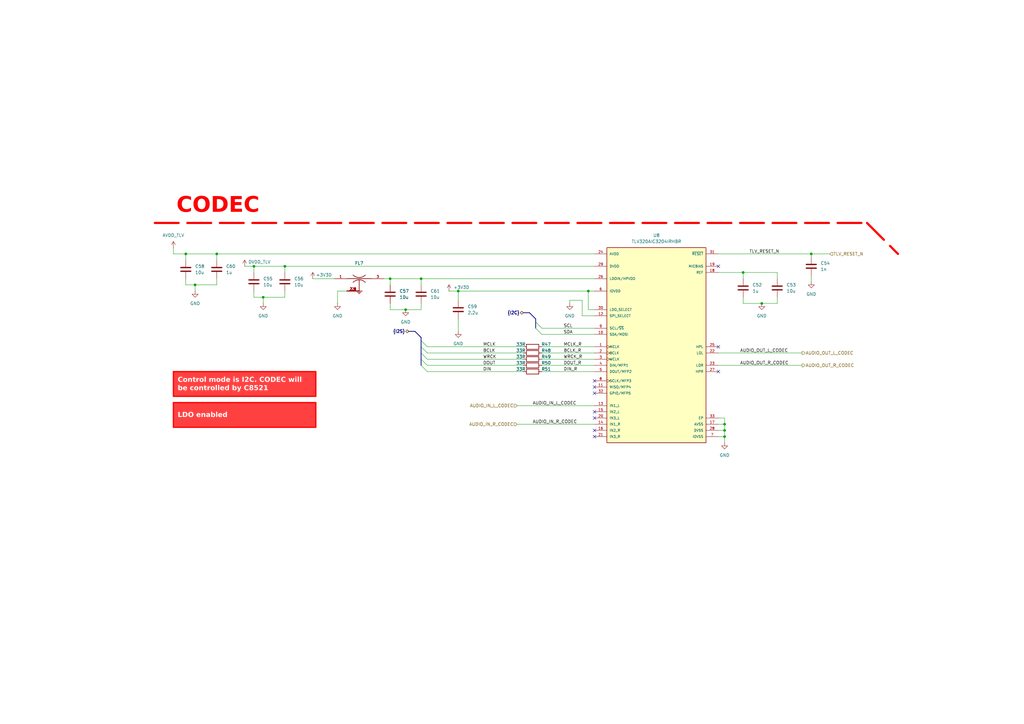
<source format=kicad_sch>
(kicad_sch (version 20231120) (generator "eeschema") (generator_version "8.0")
  (paper "A3")
  (title_block (title "CODEC") (date "2025-03-29") (rev "0.1"))
  (lib_symbols
    (symbol "Device:C" (pin_numbers hide) (pin_names (offset 0.254))
      (property "Reference" "C" (at 0.635 2.54 0))
      (property "Value" "C" (at 0.635 -2.54 0))
      (symbol "C_0_1"
        (polyline (pts (xy -2.032 -0.762) (xy 2.032 -0.762)) (stroke (width 0.508)))
        (polyline (pts (xy -2.032 0.762) (xy 2.032 0.762)) (stroke (width 0.508)))
      )
      (symbol "C_1_1"
        (pin passive line (at 0 3.81 270) (length 2.794) (name "~") (number "1"))
        (pin passive line (at 0 -3.81 90) (length 2.794) (name "~") (number "2"))
      )
    )
    (symbol "Device:R" (pin_numbers hide) (pin_names (offset 0))
      (property "Reference" "R" (at 2.032 0 90))
      (property "Value" "R" (at 0 0 90))
      (symbol "R_0_1"
        (rectangle (start -1.016 -2.54) (end 1.016 2.54) (stroke (width 0.254)))
      )
      (symbol "R_1_1"
        (pin passive line (at 0 3.81 270) (length 1.27) (name "~") (number "1"))
        (pin passive line (at 0 -3.81 90) (length 1.27) (name "~") (number "2"))
      )
    )
    (symbol "Wirelles_Guitar_Jack:NFM18PS105D0J3D" (pin_names (offset 1.016))
      (property "Reference" "FL" (at -5.08 2.54 0))
      (property "Value" "NFM18PS105D0J3D" (at -5.08 -10.16 0))
      (symbol "NFM18PS105D0J3D_0_0"
        (arc (start -2.54 1.524) (mid 0 0.4719) (end 2.54 1.524) (stroke (width 0.254)))
        (polyline (pts (xy -5.08 0) (xy 5.08 0)) (stroke (width 0.254)))
        (polyline (pts (xy -1.27 -5.08) (xy 1.27 -5.08)) (stroke (width 0.254)))
        (polyline (pts (xy -0.762 -5.588) (xy 0.762 -5.588)) (stroke (width 0.254)))
        (polyline (pts (xy -0.254 -6.096) (xy 0.254 -6.096)) (stroke (width 0.254)))
        (polyline (pts (xy 0 -0.508) (xy 0 -5.08)) (stroke (width 0.254)))
        (arc (start 2.54 -1.524) (mid 0 -0.4719) (end -2.54 -1.524) (stroke (width 0.254)))
        (pin input line (at -10.16 0 0) (length 5.08) (name "~") (number "1"))
        (pin power_in line (at -5.08 -5.08 0) (length 5.08) (name "~") (number "2"))
        (pin power_in line (at -5.08 -5.08 0) (length 5.08) (name "~") (number "2_1"))
        (pin power_in line (at -5.08 -5.08 0) (length 5.08) (name "~") (number "2_2"))
        (pin power_in line (at -5.08 -5.08 0) (length 5.08) (name "~") (number "2_3"))
        (pin power_in line (at -5.08 -5.08 0) (length 5.08) (name "~") (number "2_4"))
        (pin power_in line (at -5.08 -5.08 0) (length 5.08) (name "~") (number "2_5"))
        (pin power_in line (at -5.08 -5.08 0) (length 5.08) (name "~") (number "2_6"))
        (pin output line (at 10.16 0 180) (length 5.08) (name "~") (number "3"))
      )
    )
    (symbol "Wirelles_Guitar_Jack:TLV320AIC3204IRHBR" (pin_names (offset 1.016))
      (property "Reference" "U" (at -19.812 54.102 0))
      (property "Value" "TLV320AIC3204IRHBR" (at -20.574 -34.798 0))
      (symbol "TLV320AIC3204IRHBR_0_0"
        (rectangle (start -20.32 48.26) (end 20.32 -31.75) (stroke (width 0.254)) (fill (type background)))
        (pin input clock (at -25.4 7.62 0) (length 5.08) (name "MCLK") (number "1"))
        (pin input line (at -25.4 12.7 0) (length 5.08) (name "SDA/MOSI") (number "10"))
        (pin output line (at -25.4 -8.89 0) (length 5.08) (name "MISO/MFP4") (number "11"))
        (pin input line (at -25.4 20.32 0) (length 5.08) (name "SPI_SELECT") (number "12"))
        (pin input line (at -25.4 -16.51 0) (length 5.08) (name "IN1_L") (number "13"))
        (pin input line (at -25.4 -24.13 0) (length 5.08) (name "IN1_R") (number "14"))
        (pin input line (at -25.4 -19.05 0) (length 5.08) (name "IN2_L") (number "15"))
        (pin input line (at -25.4 -26.67 0) (length 5.08) (name "IN2_R") (number "16"))
        (pin power_in line (at 25.4 -24.13 180) (length 5.08) (name "AVSS") (number "17"))
        (pin output line (at 25.4 38.1 180) (length 5.08) (name "REF") (number "18"))
        (pin output line (at 25.4 40.64 180) (length 5.08) (name "MICBIAS") (number "19"))
        (pin bidirectional clock (at -25.4 5.08 0) (length 5.08) (name "BCLK") (number "2"))
        (pin input line (at -25.4 -21.59 0) (length 5.08) (name "IN3_L") (number "20"))
        (pin input line (at -25.4 -29.21 0) (length 5.08) (name "IN3_R") (number "21"))
        (pin output line (at 25.4 5.08 180) (length 5.08) (name "LOL") (number "22"))
        (pin output line (at 25.4 0 180) (length 5.08) (name "LOR") (number "23"))
        (pin power_in line (at -25.4 45.72 0) (length 5.08) (name "AVDD") (number "24"))
        (pin output line (at 25.4 7.62 180) (length 5.08) (name "HPL") (number "25"))
        (pin power_in line (at -25.4 35.56 0) (length 5.08) (name "LDOIN/HPVDD") (number "26"))
        (pin output line (at 25.4 -2.54 180) (length 5.08) (name "HPR") (number "27"))
        (pin power_in line (at 25.4 -26.67 180) (length 5.08) (name "DVSS") (number "28"))
        (pin power_in line (at -25.4 40.64 0) (length 5.08) (name "DVDD") (number "29"))
        (pin bidirectional clock (at -25.4 2.54 0) (length 5.08) (name "WCLK") (number "3"))
        (pin input line (at -25.4 22.86 0) (length 5.08) (name "LDO_SELECT") (number "30"))
        (pin input line (at 25.4 45.72 180) (length 5.08) (name "~{RESET}") (number "31"))
        (pin input line (at -25.4 -11.43 0) (length 5.08) (name "GPIO/MFP5") (number "32"))
        (pin passive line (at 25.4 -21.59 180) (length 5.08) (name "EP") (number "33"))
        (pin input line (at -25.4 0 0) (length 5.08) (name "DIN/MFP1") (number "4"))
        (pin output line (at -25.4 -2.54 0) (length 5.08) (name "DOUT/MFP2") (number "5"))
        (pin power_in line (at -25.4 30.48 0) (length 5.08) (name "IOVDD") (number "6"))
        (pin power_in line (at 25.4 -29.21 180) (length 5.08) (name "IOVSS") (number "7"))
        (pin input clock (at -25.4 -6.35 0) (length 5.08) (name "SCLK/MFP3") (number "8"))
        (pin input line (at -25.4 15.24 0) (length 5.08) (name "SCL/~{SS}") (number "9"))
      )
    )
    (symbol "power:+5VA" (power) (pin_numbers hide) (pin_names (offset 0) hide)
      (property "Value" "+5VA" (at 0 3.556 0))
      (symbol "+5VA_0_1"
        (polyline (pts (xy -0.762 1.27) (xy 0 2.54)))
        (polyline (pts (xy 0 0) (xy 0 2.54)))
        (polyline (pts (xy 0 2.54) (xy 0.762 1.27)))
      )
      (symbol "+5VA_1_1"
        (pin power_in line (at 0 0 90) (length 0) (name "~") (number "1"))
      )
    )
    (symbol "power:GND" (power) (pin_numbers hide) (pin_names (offset 0) hide)
      (property "Value" "GND" (at 0 -3.81 0))
      (symbol "GND_0_1"
        (polyline (pts (xy 0 0) (xy 0 -1.27) (xy 1.27 -1.27) (xy 0 -2.54) (xy -1.27 -1.27) (xy 0 -1.27)))
      )
      (symbol "GND_1_1"
        (pin power_in line (at 0 0 270) (length 0) (name "~") (number "1"))
      )
    )
  )
  (junction (at 76.2 104.14))
  (junction (at 297.18 179.07))
  (junction (at 241.3 119.38))
  (junction (at 166.37 127))
  (junction (at 297.18 173.99))
  (junction (at 104.14 109.22))
  (junction (at 187.96 119.38))
  (junction (at 116.84 109.22))
  (junction (at 312.42 124.46))
  (junction (at 297.18 176.53))
  (junction (at 304.8 111.76))
  (junction (at 107.95 121.92))
  (junction (at 160.02 114.3))
  (junction (at 88.9 104.14))
  (junction (at 80.01 116.84))
  (junction (at 172.72 114.3))
  (junction (at 332.74 104.14))
  (no_connect (at 243.84 158.75))
  (no_connect (at 243.84 168.91))
  (no_connect (at 243.84 176.53))
  (no_connect (at 294.64 109.22))
  (no_connect (at 294.64 152.4))
  (no_connect (at 243.84 161.29))
  (no_connect (at 243.84 156.21))
  (no_connect (at 243.84 179.07))
  (no_connect (at 294.64 142.24))
  (no_connect (at 243.84 171.45))
  (bus_entry (at 222.25 134.62) (size -2.54 -2.54))
  (bus_entry (at 175.26 142.24) (size -2.54 -2.54))
  (bus_entry (at 222.25 137.16) (size -2.54 -2.54))
  (bus_entry (at 175.26 149.86) (size -2.54 -2.54))
  (bus_entry (at 175.26 152.4) (size -2.54 -2.54))
  (bus_entry (at 175.26 147.32) (size -2.54 -2.54))
  (bus_entry (at 175.26 144.78) (size -2.54 -2.54))
  (wire (pts (xy 157.48 114.3) (xy 160.02 114.3)))
  (wire (pts (xy 187.96 130.81) (xy 187.96 135.89)))
  (wire (pts (xy 212.09 166.37) (xy 243.84 166.37)))
  (wire (pts (xy 116.84 121.92) (xy 107.95 121.92)))
  (wire (pts (xy 304.8 121.92) (xy 304.8 124.46)))
  (bus (pts (xy 219.71 130.81) (xy 219.71 132.08)))
  (wire (pts (xy 241.3 119.38) (xy 243.84 119.38)))
  (wire (pts (xy 175.26 144.78) (xy 214.63 144.78)))
  (wire (pts (xy 76.2 116.84) (xy 80.01 116.84)))
  (bus (pts (xy 214.63 128.27) (xy 217.17 128.27)))
  (wire (pts (xy 107.95 121.92) (xy 104.14 121.92)))
  (wire (pts (xy 222.25 134.62) (xy 243.84 134.62)))
  (wire (pts (xy 241.3 119.38) (xy 241.3 127)))
  (wire (pts (xy 238.76 123.19) (xy 238.76 129.54)))
  (wire (pts (xy 294.64 179.07) (xy 297.18 179.07)))
  (wire (pts (xy 304.8 111.76) (xy 318.77 111.76)))
  (wire (pts (xy 175.26 152.4) (xy 214.63 152.4)))
  (wire (pts (xy 175.26 142.24) (xy 214.63 142.24)))
  (wire (pts (xy 71.12 101.6) (xy 71.12 104.14)))
  (wire (pts (xy 297.18 173.99) (xy 297.18 176.53)))
  (bus (pts (xy 172.72 138.43) (xy 170.18 135.89)))
  (wire (pts (xy 104.14 121.92) (xy 104.14 119.38)))
  (wire (pts (xy 222.25 142.24) (xy 243.84 142.24)))
  (wire (pts (xy 166.37 127) (xy 172.72 127)))
  (wire (pts (xy 238.76 129.54) (xy 243.84 129.54)))
  (wire (pts (xy 160.02 114.3) (xy 160.02 116.84)))
  (wire (pts (xy 116.84 109.22) (xy 243.84 109.22)))
  (wire (pts (xy 332.74 104.14) (xy 340.36 104.14)))
  (wire (pts (xy 76.2 104.14) (xy 88.9 104.14)))
  (wire (pts (xy 332.74 104.14) (xy 332.74 105.41)))
  (wire (pts (xy 88.9 116.84) (xy 88.9 114.3)))
  (wire (pts (xy 172.72 124.46) (xy 172.72 127)))
  (wire (pts (xy 184.15 119.38) (xy 187.96 119.38)))
  (wire (pts (xy 297.18 171.45) (xy 297.18 173.99)))
  (wire (pts (xy 138.43 119.38) (xy 138.43 124.46)))
  (wire (pts (xy 88.9 104.14) (xy 88.9 106.68)))
  (wire (pts (xy 318.77 124.46) (xy 318.77 121.92)))
  (polyline (pts (xy 355.6 91.44) (xy 368.3 104.14)) (stroke (width 0.889) (type dash) (color 255 0 0 1)))
  (bus (pts (xy 172.72 138.43) (xy 172.72 139.7)))
  (wire (pts (xy 233.68 123.19) (xy 233.68 124.46)))
  (wire (pts (xy 304.8 124.46) (xy 312.42 124.46)))
  (bus (pts (xy 167.64 135.89) (xy 170.18 135.89)))
  (wire (pts (xy 175.26 147.32) (xy 214.63 147.32)))
  (wire (pts (xy 160.02 124.46) (xy 160.02 127)))
  (wire (pts (xy 80.01 116.84) (xy 88.9 116.84)))
  (wire (pts (xy 71.12 104.14) (xy 76.2 104.14)))
  (wire (pts (xy 104.14 109.22) (xy 116.84 109.22)))
  (wire (pts (xy 294.64 104.14) (xy 332.74 104.14)))
  (bus (pts (xy 172.72 147.32) (xy 172.72 149.86)))
  (wire (pts (xy 294.64 173.99) (xy 297.18 173.99)))
  (wire (pts (xy 138.43 119.38) (xy 142.24 119.38)))
  (wire (pts (xy 80.01 116.84) (xy 80.01 119.38)))
  (wire (pts (xy 222.25 147.32) (xy 243.84 147.32)))
  (wire (pts (xy 304.8 111.76) (xy 304.8 114.3)))
  (wire (pts (xy 104.14 109.22) (xy 104.14 111.76)))
  (wire (pts (xy 187.96 119.38) (xy 187.96 123.19)))
  (wire (pts (xy 222.25 137.16) (xy 243.84 137.16)))
  (bus (pts (xy 172.72 139.7) (xy 172.72 142.24)))
  (wire (pts (xy 294.64 176.53) (xy 297.18 176.53)))
  (bus (pts (xy 219.71 132.08) (xy 219.71 134.62)))
  (wire (pts (xy 172.72 114.3) (xy 172.72 116.84)))
  (wire (pts (xy 100.33 109.22) (xy 104.14 109.22)))
  (wire (pts (xy 212.09 173.99) (xy 243.84 173.99)))
  (wire (pts (xy 187.96 119.38) (xy 241.3 119.38)))
  (wire (pts (xy 294.64 111.76) (xy 304.8 111.76)))
  (bus (pts (xy 172.72 142.24) (xy 172.72 144.78)))
  (wire (pts (xy 128.27 114.3) (xy 137.16 114.3)))
  (wire (pts (xy 116.84 119.38) (xy 116.84 121.92)))
  (wire (pts (xy 297.18 179.07) (xy 297.18 181.61)))
  (wire (pts (xy 160.02 114.3) (xy 172.72 114.3)))
  (wire (pts (xy 222.25 152.4) (xy 243.84 152.4)))
  (wire (pts (xy 172.72 114.3) (xy 243.84 114.3)))
  (bus (pts (xy 172.72 144.78) (xy 172.72 147.32)))
  (wire (pts (xy 294.64 149.86) (xy 328.93 149.86)))
  (wire (pts (xy 318.77 111.76) (xy 318.77 114.3)))
  (wire (pts (xy 88.9 104.14) (xy 243.84 104.14)))
  (wire (pts (xy 107.95 121.92) (xy 107.95 124.46)))
  (wire (pts (xy 222.25 149.86) (xy 243.84 149.86)))
  (wire (pts (xy 312.42 124.46) (xy 318.77 124.46)))
  (wire (pts (xy 175.26 149.86) (xy 214.63 149.86)))
  (polyline (pts (xy 63.5 91.44) (xy 355.6 91.44)) (stroke (width 0.889) (type dash) (color 255 0 0 1)))
  (wire (pts (xy 222.25 144.78) (xy 243.84 144.78)))
  (wire (pts (xy 297.18 176.53) (xy 297.18 179.07)))
  (wire (pts (xy 116.84 111.76) (xy 116.84 109.22)))
  (wire (pts (xy 294.64 171.45) (xy 297.18 171.45)))
  (wire (pts (xy 294.64 144.78) (xy 328.93 144.78)))
  (bus (pts (xy 219.71 130.81) (xy 217.17 128.27)))
  (wire (pts (xy 76.2 114.3) (xy 76.2 116.84)))
  (wire (pts (xy 332.74 113.03) (xy 332.74 115.57)))
  (wire (pts (xy 160.02 127) (xy 166.37 127)))
  (wire (pts (xy 76.2 104.14) (xy 76.2 106.68)))
  (wire (pts (xy 238.76 123.19) (xy 233.68 123.19)))
  (wire (pts (xy 241.3 127) (xy 243.84 127)))
  (text_box "Control mode is I2C. CODEC will be controlled by C8521" (at 71.12 152.4 0) (size 58.42 10.16) (stroke (width 0.508) (color 255 0 0 0.7490196078)) (fill (type color) (color 255 0 0 0.7490196078)) (effects (font (size 2.032 2.032) (thickness 0.3048) (bold yes)) (justify left)))
  (text_box "LDO enabled\n" (at 71.12 165.1 0) (size 58.42 10.16) (stroke (width 0.508) (color 255 0 0 0.7490196078)) (fill (type color) (color 255 0 0 0.7490196078)) (effects (font (size 2.032 2.032) (thickness 0.3048) (bold yes)) (justify left)))
  (text "CODEC" (at 89.408 86.106 0) (effects (font (size 6.35 6.35) (thickness 2.54) (bold yes))))
  (label "AUDIO_IN_R_CODEC" (at 218.44 173.99 0))
  (label "DIN" (at 198.12 152.4 0))
  (label "BCLK_R" (at 231.14 144.78 0))
  (label "AUDIO_IN_L_CODEC" (at 218.44 166.37 0))
  (label "MCLK_R" (at 231.14 142.24 0))
  (label "MCLK" (at 198.12 142.24 0))
  (label "WRCK" (at 198.12 147.32 0))
  (label "AUDIO_OUT_R_CODEC" (at 303.53 149.86 0))
  (label "DIN_R" (at 231.14 152.4 0))
  (label "SDA" (at 231.14 137.16 0))
  (label "DOUT_R" (at 231.14 149.86 0))
  (label "SCL" (at 231.14 134.62 0))
  (label "DOUT" (at 198.12 149.86 0))
  (label "TLV_RESET_N" (at 307.34 104.14 0))
  (label "AUDIO_OUT_L_CODEC" (at 303.53 144.78 0))
  (label "WRCK_R" (at 231.14 147.32 0))
  (label "BCLK" (at 198.12 144.78 0))
  (hierarchical_label "AUDIO_OUT_R_CODEC" (shape output) (at 328.93 149.86 0))
  (hierarchical_label "AUDIO_IN_L_CODEC" (shape input) (at 212.09 166.37 180))
  (hierarchical_label "AUDIO_OUT_L_CODEC" (shape output) (at 328.93 144.78 0))
  (hierarchical_label "AUDIO_IN_R_CODEC" (shape input) (at 212.09 173.99 180))
  (hierarchical_label "TLV_RESET_N" (shape input) (at 340.36 104.14 0))
  (hierarchical_label "{I2S}" (shape bidirectional) (at 167.64 135.89 180) (effects (font (thickness 0.254) (bold yes))))
  (hierarchical_label "{I2C}" (shape bidirectional) (at 214.63 128.27 180) (effects (font (thickness 0.254) (bold yes))))
  (symbol (lib_id "power:GND") (at 138.43 124.46 0) (unit 1)
    (property "Reference" "#PWR086" (effects (hide yes)))
    (property "Value" "GND" (at 138.43 129.54 0))
    (property "Description" "Power symbol creates a global label with name \"GND\" , ground" (effects (hide yes)))
  )
  (symbol (lib_id "Wirelles_Guitar_Jack:TLV320AIC3204IRHBR") (at 269.24 149.86 0) (unit 1)
    (property "Reference" "U8" (at 269.24 96.52 0))
    (property "Value" "TLV320AIC3204IRHBR" (at 269.24 99.06 0))
    (property "Footprint" "Wirelles_Guitar_Jack:QFN50P500X500X100-33N" (effects (hide yes)))
    (property "MF" "Texas Instruments" (effects (hide yes)))
    (property "MAXIMUM_PACKAGE_HEIGHT" "1.0mm" (effects (hide yes)))
    (property "Package" "VQFN-32-32 Texas Instruments" (effects (hide yes)))
    (property "Price" "None" (effects (hide yes)))
    (property "Check_prices" "https://www.snapeda.com/parts/TLV320AIC3204IRHBR/Texas+Instruments/view-part/?ref=eda" (effects (hide yes)))
    (property "STANDARD" "IPC-7351B" (effects (hide yes)))
    (property "PARTREV" "E" (effects (hide yes)))
    (property "SnapEDA_Link" "https://www.snapeda.com/parts/TLV320AIC3204IRHBR/Texas+Instruments/view-part/?ref=snap" (effects (hide yes)))
    (property "MP" "TLV320AIC3204IRHBR" (effects (hide yes)))
    (property "Description_1" "\n                        \n                            Very-Low-Power Stereo Audio CODEC With PowerTune™ Technology\n                        \n" (effects (hide yes)))
    (property "Availability" "In Stock" (effects (hide yes)))
    (property "MANUFACTURER" "Texas Instruments" (effects (hide yes)))
  )
  (symbol (lib_id "power:GND") (at 332.74 115.57 0) (unit 1)
    (property "Reference" "#PWR081" (effects (hide yes)))
    (property "Value" "GND" (at 332.74 120.65 0))
    (property "Description" "Power symbol creates a global label with name \"GND\" , ground" (effects (hide yes)))
  )
  (symbol (lib_id "power:GND") (at 166.37 127 0) (unit 1)
    (property "Reference" "#PWR083" (effects (hide yes)))
    (property "Value" "GND" (at 166.37 132.08 0))
    (property "Description" "Power symbol creates a global label with name \"GND\" , ground" (effects (hide yes)))
  )
  (symbol (lib_id "power:GND") (at 297.18 181.61 0) (unit 1)
    (property "Reference" "#PWR077" (effects (hide yes)))
    (property "Value" "GND" (at 297.18 186.69 0))
    (property "Description" "Power symbol creates a global label with name \"GND\" , ground" (effects (hide yes)))
  )
  (symbol (lib_id "power:+5VA") (at 71.12 101.6 0) (unit 1)
    (property "Reference" "#PWR088" (effects (hide yes)))
    (property "Value" "AVDD_TLV" (at 71.12 96.52 0))
    (property "Description" "Power symbol creates a global label with name \"+5VA\"" (effects (hide yes)))
  )
  (symbol (lib_id "Device:C") (at 304.8 118.11 0) (unit 1)
    (property "Reference" "C52" (at 308.61 116.8399 0) (effects (justify left)))
    (property "Value" "1u" (at 308.61 119.3799 0) (effects (justify left)))
    (property "Footprint" "Capacitor_SMD:C_0402_1005Metric" (effects (hide yes)))
    (property "Description" "Unpolarized capacitor" (effects (hide yes)))
  )
  (symbol (lib_id "Device:C") (at 160.02 120.65 0) (unit 1)
    (property "Reference" "C57" (at 163.83 119.3799 0) (effects (justify left)))
    (property "Value" "10u" (at 163.83 121.9199 0) (effects (justify left)))
    (property "Footprint" "Capacitor_SMD:C_0805_2012Metric" (effects (hide yes)))
    (property "Description" "Unpolarized capacitor" (effects (hide yes)))
  )
  (symbol (lib_id "power:+5VA") (at 100.33 109.22 0) (unit 1)
    (property "Reference" "#PWR041" (effects (hide yes)))
    (property "Value" "DVDD_TLV" (at 106.426 107.442 0))
    (property "Description" "Power symbol creates a global label with name \"+5VA\"" (effects (hide yes)))
  )
  (symbol (lib_id "Device:R") (at 218.44 149.86 90) (unit 1)
    (property "Reference" "R50" (at 224.028 148.844 90))
    (property "Value" "33R" (at 213.614 148.844 90))
    (property "Footprint" "Resistor_SMD:R_0402_1005Metric" (effects (hide yes)))
    (property "Description" "Resistor" (effects (hide yes)))
  )
  (symbol (lib_id "Device:R") (at 218.44 142.24 90) (unit 1)
    (property "Reference" "R47" (at 224.028 141.224 90))
    (property "Value" "33R" (at 213.614 141.224 90))
    (property "Footprint" "Resistor_SMD:R_0402_1005Metric" (effects (hide yes)))
    (property "Description" "Resistor" (effects (hide yes)))
  )
  (symbol (lib_id "power:GND") (at 233.68 124.46 0) (unit 1)
    (property "Reference" "#PWR078" (effects (hide yes)))
    (property "Value" "GND" (at 233.68 129.54 0))
    (property "Description" "Power symbol creates a global label with name \"GND\" , ground" (effects (hide yes)))
  )
  (symbol (lib_id "Device:R") (at 218.44 147.32 90) (unit 1)
    (property "Reference" "R49" (at 224.028 146.304 90))
    (property "Value" "33R" (at 213.614 146.304 90))
    (property "Footprint" "Resistor_SMD:R_0402_1005Metric" (effects (hide yes)))
    (property "Description" "Resistor" (effects (hide yes)))
  )
  (symbol (lib_id "power:GND") (at 80.01 119.38 0) (unit 1)
    (property "Reference" "#PWR089" (effects (hide yes)))
    (property "Value" "GND" (at 80.01 124.46 0))
    (property "Description" "Power symbol creates a global label with name \"GND\" , ground" (effects (hide yes)))
  )
  (symbol (lib_id "Device:C") (at 104.14 115.57 0) (unit 1)
    (property "Reference" "C55" (at 107.95 114.2999 0) (effects (justify left)))
    (property "Value" "10u" (at 107.95 116.8399 0) (effects (justify left)))
    (property "Footprint" "Capacitor_SMD:C_0805_2012Metric" (effects (hide yes)))
    (property "Description" "Unpolarized capacitor" (effects (hide yes)))
  )
  (symbol (lib_id "Device:C") (at 88.9 110.49 0) (unit 1)
    (property "Reference" "C60" (at 92.71 109.2199 0) (effects (justify left)))
    (property "Value" "1u" (at 92.71 111.7599 0) (effects (justify left)))
    (property "Footprint" "Capacitor_SMD:C_0402_1005Metric" (effects (hide yes)))
    (property "Description" "Unpolarized capacitor" (effects (hide yes)))
  )
  (symbol (lib_id "power:GND") (at 107.95 124.46 0) (unit 1)
    (property "Reference" "#PWR084" (effects (hide yes)))
    (property "Value" "GND" (at 107.95 129.54 0))
    (property "Description" "Power symbol creates a global label with name \"GND\" , ground" (effects (hide yes)))
  )
  (symbol (lib_id "power:+5VA") (at 128.27 114.3 0) (mirror y) (unit 1)
    (property "Reference" "#PWR091" (effects (hide yes)))
    (property "Value" "+3V3D" (at 132.842 112.776 0))
    (property "Description" "Power symbol creates a global label with name \"+5VA\"" (effects (hide yes)))
  )
  (symbol (lib_id "Device:C") (at 116.84 115.57 0) (unit 1)
    (property "Reference" "C56" (at 120.65 114.2999 0) (effects (justify left)))
    (property "Value" "10u" (at 120.65 116.8399 0) (effects (justify left)))
    (property "Footprint" "Capacitor_SMD:C_0805_2012Metric" (effects (hide yes)))
    (property "Description" "Unpolarized capacitor" (effects (hide yes)))
  )
  (symbol (lib_id "Device:C") (at 332.74 109.22 0) (unit 1)
    (property "Reference" "C54" (at 336.55 107.9499 0) (effects (justify left)))
    (property "Value" "1n" (at 336.55 110.4899 0) (effects (justify left)))
    (property "Footprint" "Capacitor_SMD:C_0402_1005Metric" (effects (hide yes)))
    (property "Description" "Unpolarized capacitor" (effects (hide yes)))
  )
  (symbol (lib_id "power:+5VA") (at 184.15 119.38 0) (mirror y) (unit 1)
    (property "Reference" "#PWR085" (effects (hide yes)))
    (property "Value" "+3V3D" (at 189.23 117.856 0))
    (property "Description" "Power symbol creates a global label with name \"+5VA\"" (effects (hide yes)))
  )
  (symbol (lib_id "Device:C") (at 187.96 127 0) (unit 1)
    (property "Reference" "C59" (at 191.77 125.7299 0) (effects (justify left)))
    (property "Value" "2.2u" (at 191.77 128.2699 0) (effects (justify left)))
    (property "Footprint" "Capacitor_SMD:C_0402_1005Metric" (effects (hide yes)))
    (property "Description" "Unpolarized capacitor" (effects (hide yes)))
  )
  (symbol (lib_id "Device:C") (at 172.72 120.65 0) (unit 1)
    (property "Reference" "C61" (at 176.53 119.3799 0) (effects (justify left)))
    (property "Value" "10u" (at 176.53 121.9199 0) (effects (justify left)))
    (property "Footprint" "Capacitor_SMD:C_0805_2012Metric" (effects (hide yes)))
    (property "Description" "Unpolarized capacitor" (effects (hide yes)))
  )
  (symbol (lib_id "Device:R") (at 218.44 144.78 90) (unit 1)
    (property "Reference" "R48" (at 224.028 143.764 90))
    (property "Value" "33R" (at 213.614 143.764 90))
    (property "Footprint" "Resistor_SMD:R_0402_1005Metric" (effects (hide yes)))
    (property "Description" "Resistor" (effects (hide yes)))
  )
  (symbol (lib_id "power:GND") (at 312.42 124.46 0) (unit 1)
    (property "Reference" "#PWR080" (effects (hide yes)))
    (property "Value" "GND" (at 312.42 129.54 0))
    (property "Description" "Power symbol creates a global label with name \"GND\" , ground" (effects (hide yes)))
  )
  (symbol (lib_id "Device:C") (at 318.77 118.11 0) (unit 1)
    (property "Reference" "C53" (at 322.58 116.8399 0) (effects (justify left)))
    (property "Value" "10u" (at 322.58 119.3799 0) (effects (justify left)))
    (property "Footprint" "Capacitor_SMD:C_0805_2012Metric" (effects (hide yes)))
    (property "Description" "Unpolarized capacitor" (effects (hide yes)))
  )
  (symbol (lib_id "Device:C") (at 76.2 110.49 0) (unit 1)
    (property "Reference" "C58" (at 80.01 109.2199 0) (effects (justify left)))
    (property "Value" "10u" (at 80.01 111.7599 0) (effects (justify left)))
    (property "Footprint" "Capacitor_SMD:C_0805_2012Metric" (effects (hide yes)))
    (property "Description" "Unpolarized capacitor" (effects (hide yes)))
  )
  (symbol (lib_id "Wirelles_Guitar_Jack:NFM18PS105D0J3D") (at 147.32 114.3 0) (unit 1)
    (property "Reference" "FL7" (at 147.32 107.95 0))
    (property "Value" "NFM18PS105D0J3D" (effects (hide yes)))
    (property "Footprint" "Wirelles_Guitar_Jack:FIL_NFM18PS105D0J3D" (effects (hide yes)))
    (property "Description" "Feedthrough Capacitor" (effects (hide yes)))
    (property "MF" "Murata" (effects (hide yes)))
    (property "PACKAGE" "0603 Murata" (effects (hide yes)))
    (property "PRICE" "None" (effects (hide yes)))
    (property "Package" "NONSTANDARD" (effects (hide yes)))
    (property "Check_prices" "https://www.snapeda.com/parts/NFM18PS105D0J3D/Murata/view-part/?ref=eda" (effects (hide yes)))
    (property "Price" "None" (effects (hide yes)))
    (property "SnapEDA_Link" "https://www.snapeda.com/parts/NFM18PS105D0J3D/Murata/view-part/?ref=snap" (effects (hide yes)))
    (property "MP" "NFM18PS105D0J3D" (effects (hide yes)))
    (property "Availability" "In Stock" (effects (hide yes)))
    (property "AVAILABILITY" "Unavailable" (effects (hide yes)))
    (property "Description_1" "\n                        \n                            SMD Capacitor  with Capacitance: 1.0uF Tol. 20%. Rated Voltage: 6.3Vdc\n                        \n" (effects (hide yes)))
  )
  (symbol (lib_id "Device:R") (at 218.44 152.4 90) (unit 1)
    (property "Reference" "R51" (at 224.028 151.384 90))
    (property "Value" "33R" (at 213.614 151.384 90))
    (property "Footprint" "Resistor_SMD:R_0402_1005Metric" (effects (hide yes)))
    (property "Description" "Resistor" (effects (hide yes)))
  )
  (symbol (lib_id "power:GND") (at 187.96 135.89 0) (unit 1)
    (property "Reference" "#PWR090" (effects (hide yes)))
    (property "Value" "GND" (at 187.96 140.97 0))
    (property "Description" "Power symbol creates a global label with name \"GND\" , ground" (effects (hide yes)))
  )
)
</source>
